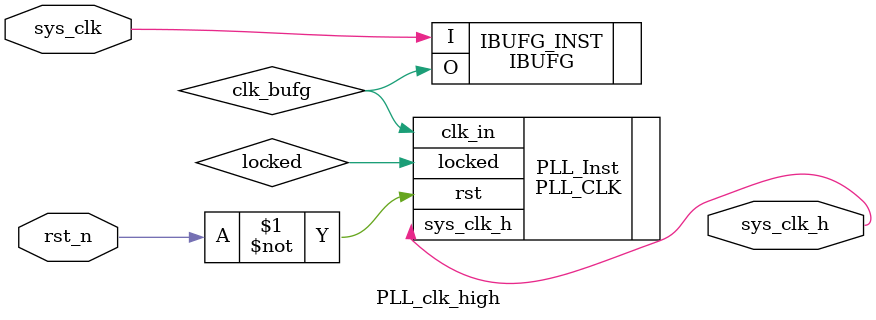
<source format=v>
`timescale 1ns / 1ps
module PLL_clk_high
(
	input     sys_clk,
	input     rst_n,
	output    sys_clk_h
);

wire locked;

IBUFG IBUFG_INST
(
	.O  (clk_bufg),
	.I  (sys_clk)
);

PLL_CLK PLL_Inst
(
	.clk_in     (clk_bufg),
	.sys_clk_h  (sys_clk_h),
	.rst      (~rst_n),
	.locked     (locked)
);

endmodule

</source>
